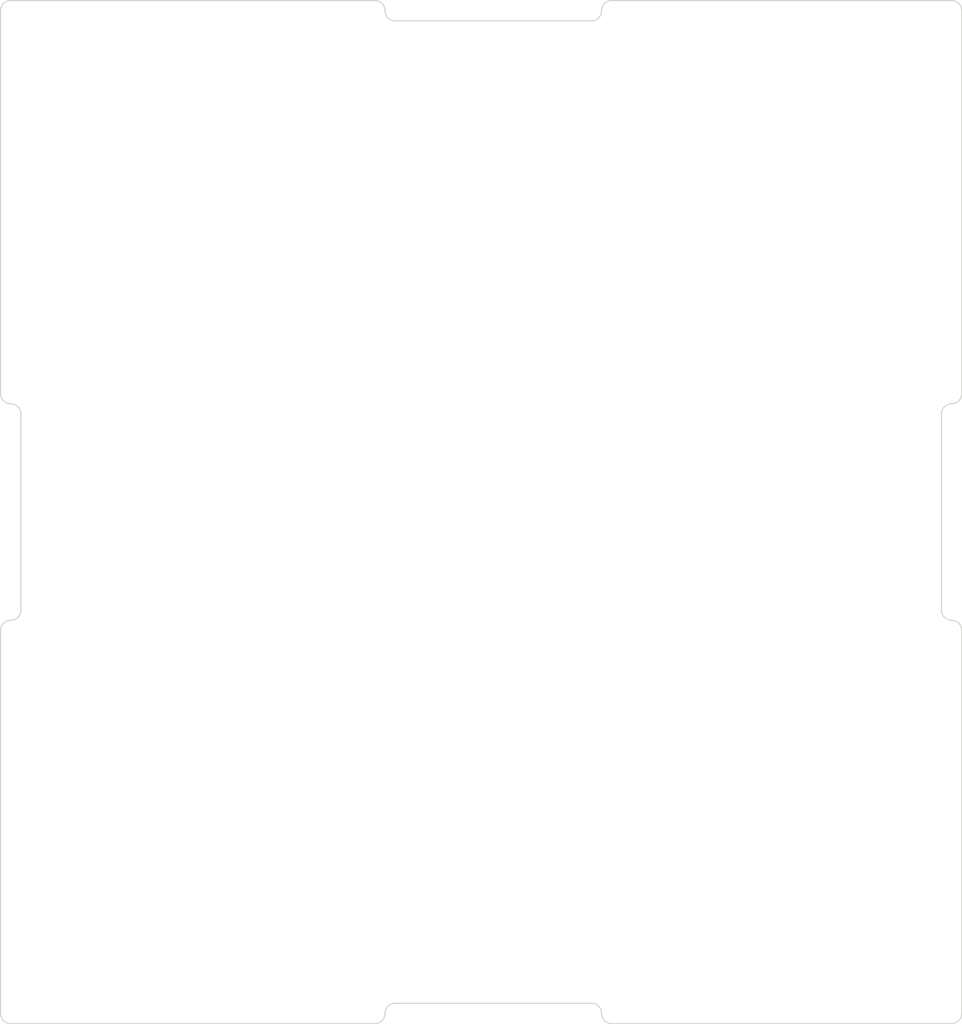
<source format=kicad_pcb>
(kicad_pcb
	(version 20240108)
	(generator "pcbnew")
	(generator_version "8.0")
	(general
		(thickness 1.6)
		(legacy_teardrops no)
	)
	(paper "A4")
	(layers
		(0 "F.Cu" signal)
		(31 "B.Cu" signal)
		(32 "B.Adhes" user "B.Adhesive")
		(33 "F.Adhes" user "F.Adhesive")
		(34 "B.Paste" user)
		(35 "F.Paste" user)
		(36 "B.SilkS" user "B.Silkscreen")
		(37 "F.SilkS" user "F.Silkscreen")
		(38 "B.Mask" user)
		(39 "F.Mask" user)
		(40 "Dwgs.User" user "User.Drawings")
		(41 "Cmts.User" user "User.Comments")
		(42 "Eco1.User" user "User.Eco1")
		(43 "Eco2.User" user "User.Eco2")
		(44 "Edge.Cuts" user)
		(45 "Margin" user)
		(46 "B.CrtYd" user "B.Courtyard")
		(47 "F.CrtYd" user "F.Courtyard")
		(48 "B.Fab" user)
		(49 "F.Fab" user)
		(50 "User.1" user)
		(51 "User.2" user)
		(52 "User.3" user)
		(53 "User.4" user)
		(54 "User.5" user)
		(55 "User.6" user)
		(56 "User.7" user)
		(57 "User.8" user)
		(58 "User.9" user)
	)
	(setup
		(pad_to_mask_clearance 0)
		(allow_soldermask_bridges_in_footprints no)
		(pcbplotparams
			(layerselection 0x00010fc_ffffffff)
			(plot_on_all_layers_selection 0x0000000_00000000)
			(disableapertmacros no)
			(usegerberextensions no)
			(usegerberattributes yes)
			(usegerberadvancedattributes yes)
			(creategerberjobfile yes)
			(dashed_line_dash_ratio 12.000000)
			(dashed_line_gap_ratio 3.000000)
			(svgprecision 4)
			(plotframeref no)
			(viasonmask no)
			(mode 1)
			(useauxorigin no)
			(hpglpennumber 1)
			(hpglpenspeed 20)
			(hpglpendiameter 15.000000)
			(pdf_front_fp_property_popups yes)
			(pdf_back_fp_property_popups yes)
			(dxfpolygonmode yes)
			(dxfimperialunits yes)
			(dxfusepcbnewfont yes)
			(psnegative no)
			(psa4output no)
			(plotreference yes)
			(plotvalue yes)
			(plotfptext yes)
			(plotinvisibletext no)
			(sketchpadsonfab no)
			(subtractmaskfromsilk no)
			(outputformat 1)
			(mirror no)
			(drillshape 1)
			(scaleselection 1)
			(outputdirectory "")
		)
	)
	(net 0 "")
	(gr_line
		(start 113.665 132.08)
		(end 145.542 132.08)
		(stroke
			(width 0.1)
			(type solid)
		)
		(layer "Edge.Cuts")
		(uuid "020d0939-fca6-4505-8440-78e2031d5b40")
	)
	(gr_line
		(start 93.345 38.1)
		(end 111.76 38.1)
		(stroke
			(width 0.1)
			(type solid)
		)
		(layer "Edge.Cuts")
		(uuid "09219106-dcc7-4ea0-a788-9a9569e0dbd7")
	)
	(gr_arc
		(start 92.3925 131.1275)
		(mid 92.113519 131.801019)
		(end 91.44 132.08)
		(stroke
			(width 0.1)
			(type solid)
		)
		(layer "Edge.Cuts")
		(uuid "0b2d3e88-928e-4b7d-8db3-87598a03feff")
	)
	(gr_arc
		(start 145.542 94.2848)
		(mid 144.868481 94.005819)
		(end 144.5895 93.3323)
		(stroke
			(width 0.1)
			(type solid)
		)
		(layer "Edge.Cuts")
		(uuid "0bc6e1ff-882c-4532-a2c7-030df1d149ee")
	)
	(gr_line
		(start 57.277 132.08)
		(end 91.44 132.08)
		(stroke
			(width 0.1)
			(type solid)
		)
		(layer "Edge.Cuts")
		(uuid "159b0d07-a7c0-4331-a4b8-78add3073c5b")
	)
	(gr_arc
		(start 144.5895 74.9427)
		(mid 144.868481 74.269181)
		(end 145.542 73.9902)
		(stroke
			(width 0.1)
			(type solid)
		)
		(layer "Edge.Cuts")
		(uuid "16b43ab2-7f76-4ca1-8afc-04a62296ba00")
	)
	(gr_line
		(start 56.3245 95.2373)
		(end 56.3245 131.1275)
		(stroke
			(width 0.1)
			(type solid)
		)
		(layer "Edge.Cuts")
		(uuid "2ca23bc2-d698-4872-97e3-7161b54ce850")
	)
	(gr_line
		(start 113.665 36.195)
		(end 145.542 36.195)
		(stroke
			(width 0.1)
			(type solid)
		)
		(layer "Edge.Cuts")
		(uuid "3b6e2e4f-c39d-45cf-83c2-7cd2c776b4b8")
	)
	(gr_arc
		(start 56.3245 37.1475)
		(mid 56.603481 36.473981)
		(end 57.277 36.195)
		(stroke
			(width 0.1)
			(type solid)
		)
		(layer "Edge.Cuts")
		(uuid "60b52c2d-d1fa-4c8a-bc5d-5fbff62139ed")
	)
	(gr_arc
		(start 113.665 132.08)
		(mid 112.991481 131.801019)
		(end 112.7125 131.1275)
		(stroke
			(width 0.1)
			(type solid)
		)
		(layer "Edge.Cuts")
		(uuid "7936dd7a-d6e1-48ba-8367-09406a62b425")
	)
	(gr_arc
		(start 112.7125 37.1475)
		(mid 112.991481 36.473981)
		(end 113.665 36.195)
		(stroke
			(width 0.1)
			(type solid)
		)
		(layer "Edge.Cuts")
		(uuid "8470b746-5e5d-4fba-9cff-c7d7a59a776c")
	)
	(gr_arc
		(start 56.3245 95.2373)
		(mid 56.603481 94.563781)
		(end 57.277 94.2848)
		(stroke
			(width 0.1)
			(type solid)
		)
		(layer "Edge.Cuts")
		(uuid "85076536-fcdf-477d-a075-cfdb7d615a9b")
	)
	(gr_arc
		(start 58.2295 93.3323)
		(mid 57.950519 94.005819)
		(end 57.277 94.2848)
		(stroke
			(width 0.1)
			(type solid)
		)
		(layer "Edge.Cuts")
		(uuid "93e3392e-bb33-4c81-953d-68aad6a62c2d")
	)
	(gr_line
		(start 56.3245 37.1475)
		(end 56.3245 73.0377)
		(stroke
			(width 0.1)
			(type solid)
		)
		(layer "Edge.Cuts")
		(uuid "9bb4285c-e6f8-4034-9f63-57dfa01cbe79")
	)
	(gr_arc
		(start 145.542 94.2848)
		(mid 146.215519 94.563781)
		(end 146.4945 95.2373)
		(stroke
			(width 0.1)
			(type solid)
		)
		(layer "Edge.Cuts")
		(uuid "9dea1c34-5cb2-4488-b1a0-3a4945ac2f1e")
	)
	(gr_arc
		(start 57.277 132.08)
		(mid 56.603481 131.801019)
		(end 56.3245 131.1275)
		(stroke
			(width 0.1)
			(type solid)
		)
		(layer "Edge.Cuts")
		(uuid "a02a043c-8639-4677-adfd-4a508e24b46f")
	)
	(gr_line
		(start 144.5895 74.9427)
		(end 144.5895 93.3323)
		(stroke
			(width 0.1)
			(type solid)
		)
		(layer "Edge.Cuts")
		(uuid "a8b24969-b303-44d6-8873-e30b7e56ab18")
	)
	(gr_arc
		(start 93.345 38.1)
		(mid 92.671481 37.821019)
		(end 92.3925 37.1475)
		(stroke
			(width 0.1)
			(type solid)
		)
		(layer "Edge.Cuts")
		(uuid "b37339ce-7c72-4fb1-9c0d-54fc807bde3f")
	)
	(gr_arc
		(start 112.7125 37.1475)
		(mid 112.433519 37.821019)
		(end 111.76 38.1)
		(stroke
			(width 0.1)
			(type solid)
		)
		(layer "Edge.Cuts")
		(uuid "b4e0f24c-c8cd-4a16-a1eb-3f05ff1430d8")
	)
	(gr_line
		(start 146.4945 37.1475)
		(end 146.4945 73.0377)
		(stroke
			(width 0.1)
			(type solid)
		)
		(layer "Edge.Cuts")
		(uuid "b609f532-4e3b-48ba-ada4-a40208ee8dee")
	)
	(gr_arc
		(start 92.3925 131.1275)
		(mid 92.671481 130.453981)
		(end 93.345 130.175)
		(stroke
			(width 0.1)
			(type solid)
		)
		(layer "Edge.Cuts")
		(uuid "b7d84cbd-d0cc-46c5-8c6d-c32a601c2340")
	)
	(gr_line
		(start 93.345 130.175)
		(end 111.76 130.175)
		(stroke
			(width 0.1)
			(type solid)
		)
		(layer "Edge.Cuts")
		(uuid "c00d5092-cf34-4c5c-8edc-108efc2e60e6")
	)
	(gr_arc
		(start 111.76 130.175)
		(mid 112.433519 130.453981)
		(end 112.7125 131.1275)
		(stroke
			(width 0.1)
			(type solid)
		)
		(layer "Edge.Cuts")
		(uuid "cd30897a-d4e6-424a-b730-fb203700eb4b")
	)
	(gr_arc
		(start 145.542 36.195)
		(mid 146.215519 36.473981)
		(end 146.4945 37.1475)
		(stroke
			(width 0.1)
			(type solid)
		)
		(layer "Edge.Cuts")
		(uuid "daa91637-31ca-4c81-ba70-d8c0d2753f87")
	)
	(gr_arc
		(start 57.277 73.9902)
		(mid 56.603481 73.711219)
		(end 56.3245 73.0377)
		(stroke
			(width 0.1)
			(type solid)
		)
		(layer "Edge.Cuts")
		(uuid "dbd8d69b-2d0e-4a1f-9b41-5f0238dd70a7")
	)
	(gr_arc
		(start 146.4945 73.0377)
		(mid 146.215519 73.711219)
		(end 145.542 73.9902)
		(stroke
			(width 0.1)
			(type solid)
		)
		(layer "Edge.Cuts")
		(uuid "ea2718c7-33ed-4ad9-ada2-d1395841c2cd")
	)
	(gr_line
		(start 58.2295 74.9427)
		(end 58.2295 93.3323)
		(stroke
			(width 0.1)
			(type solid)
		)
		(layer "Edge.Cuts")
		(uuid "f6017df2-770d-4547-9561-d490251f3e9d")
	)
	(gr_arc
		(start 91.44 36.195)
		(mid 92.113519 36.473981)
		(end 92.3925 37.1475)
		(stroke
			(width 0.1)
			(type solid)
		)
		(layer "Edge.Cuts")
		(uuid "f61a8055-b1cb-4c93-bb4c-bcc2c3da5a47")
	)
	(gr_line
		(start 146.4945 95.2373)
		(end 146.4945 131.1275)
		(stroke
			(width 0.1)
			(type solid)
		)
		(layer "Edge.Cuts")
		(uuid "f657d6ce-cbf0-4d67-8f43-4eae50efb434")
	)
	(gr_line
		(start 57.277 36.195)
		(end 91.44 36.195)
		(stroke
			(width 0.1)
			(type solid)
		)
		(layer "Edge.Cuts")
		(uuid "f9322b85-20f5-4422-8bf5-44e587489969")
	)
	(gr_arc
		(start 57.277 73.9902)
		(mid 57.950519 74.269181)
		(end 58.2295 74.9427)
		(stroke
			(width 0.1)
			(type solid)
		)
		(layer "Edge.Cuts")
		(uuid "fa47bd79-4e4a-41f8-ac66-1be4a55549c6")
	)
	(gr_arc
		(start 146.4945 131.1275)
		(mid 146.215519 131.801019)
		(end 145.542 132.08)
		(stroke
			(width 0.1)
			(type solid)
		)
		(layer "Edge.Cuts")
		(uuid "ff0136dd-362c-4ef7-95f6-3b55d0782cf1")
	)
)
</source>
